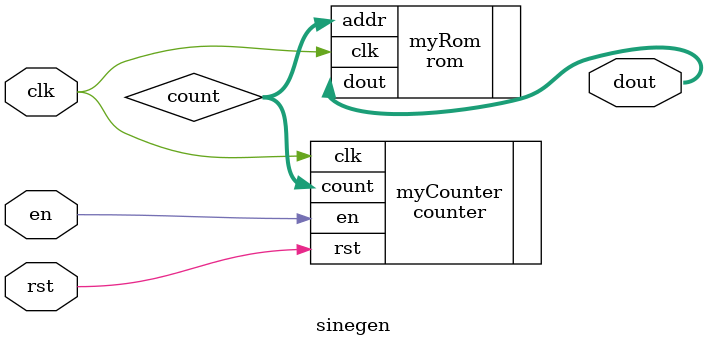
<source format=sv>
`include "task1/rom.sv"
`include "task1/counter.sv"

module sinegen # (parameter WIDTH=8)(
    input wire      clk,
    input wire      rst,
    input wire      en,
    output wire [WIDTH-1:0] dout
);

wire [WIDTH-1:0] count;

counter myCounter (
    .clk (clk),
    .rst (rst),
    .en (en),
    .count (count)
);

rom myRom (
    .clk (clk),
    .addr (count),
    .dout (dout)
);

endmodule

</source>
